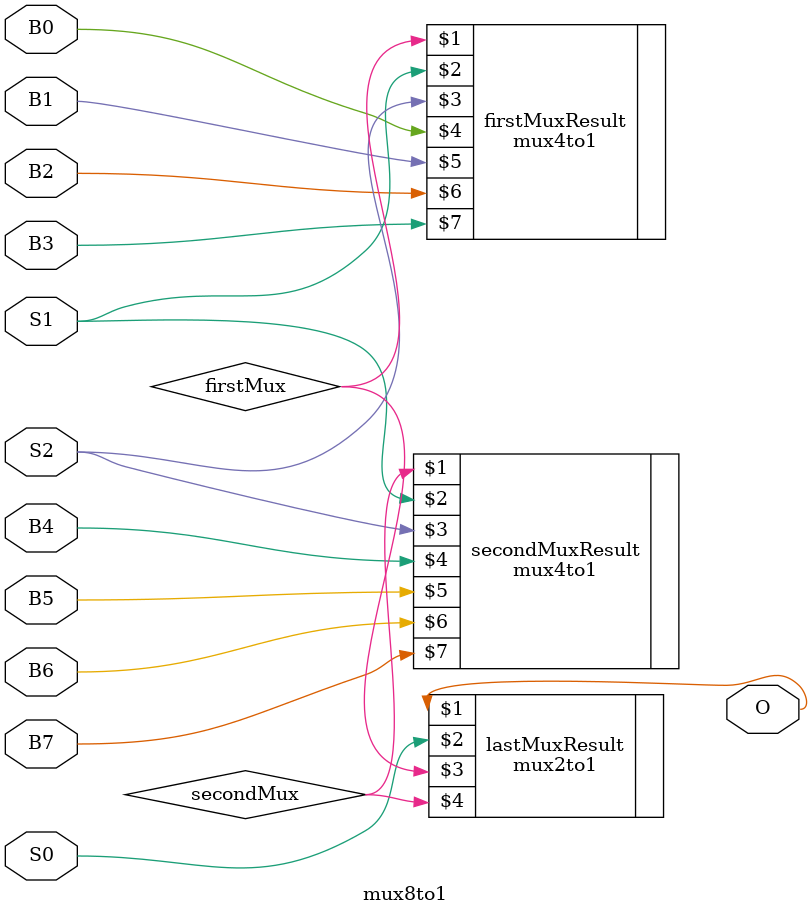
<source format=v>
module mux8to1 (O, S0, S1, S2, B0, B1, B2, B3, B4, B5, B6, B7);

	input S0, S1, S2, B0, B1, B2, B3, B4, B5, B6, B7;
	output O;

	wire firstMux, secondMux;

	mux4to1 firstMuxResult (firstMux, S1, S2, B0, B1, B2, B3);
	mux4to1 secondMuxResult (secondMux, S1 ,S2, B4, B5, B6, B7);

	mux2to1 lastMuxResult (O, S0, firstMux, secondMux); 

	

endmodule
</source>
